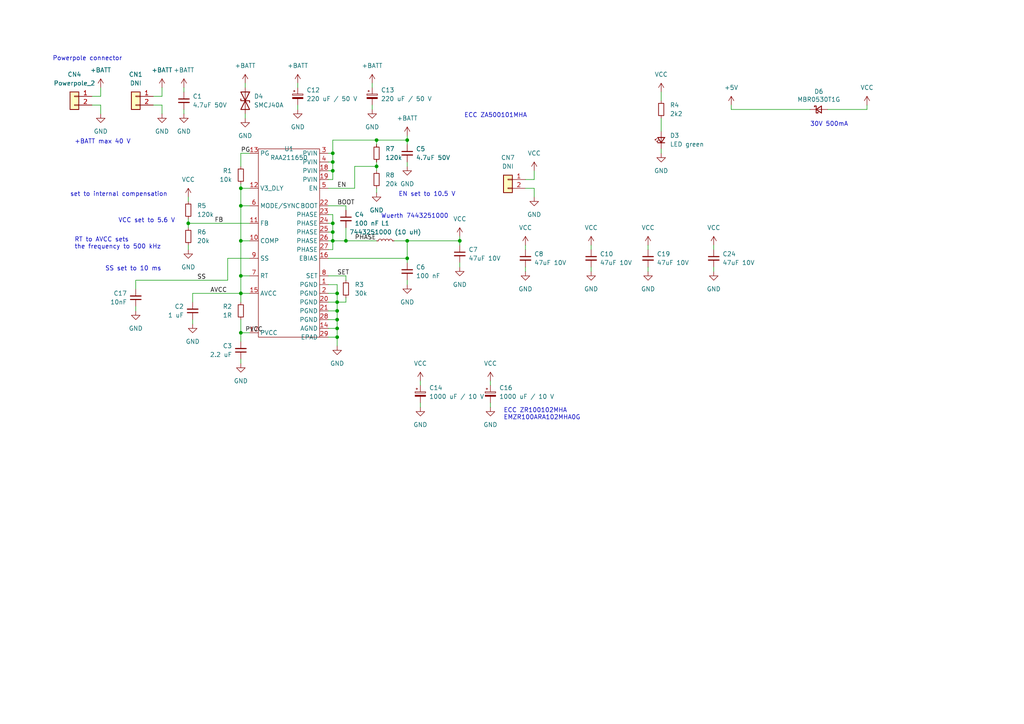
<source format=kicad_sch>
(kicad_sch (version 20211123) (generator eeschema)
  (paper "A4")
  (title_block (title "OpenCyphalServoController12") (date "2023-02-03") (rev "0.1") (company "generationmake"))
  (lib_symbols
    (symbol "Connector_Generic:Conn_01x02" (pin_names (offset 1.016) hide)
      (property "Reference" "J" (at 0 2.54 0))
      (property "Value" "Conn_01x02" (at 0 -5.08 0))
      (symbol "Conn_01x02_1_1"
        (rectangle (start -1.27 -2.413) (end 0 -2.667) (stroke (width 0.1524)))
        (rectangle (start -1.27 0.127) (end 0 -0.127) (stroke (width 0.1524)))
        (rectangle (start -1.27 1.27) (end 1.27 -3.81) (stroke (width 0.254)) (fill (type background)))
        (pin passive line (at -5.08 0 0) (length 3.81) (name "Pin_1") (number "1"))
        (pin passive line (at -5.08 -2.54 0) (length 3.81) (name "Pin_2") (number "2"))
      )
    )
    (symbol "Device:C_Polarized_Small" (pin_numbers hide) (pin_names (offset 0.254) hide)
      (property "Reference" "C" (at 0.254 1.778 0))
      (property "Value" "C_Polarized_Small" (at 0.254 -2.032 0))
      (symbol "C_Polarized_Small_0_1"
        (rectangle (start -1.524 -0.3048) (end 1.524 -0.6858) (fill (type outline)))
        (rectangle (start -1.524 0.6858) (end 1.524 0.3048))
        (polyline (pts (xy -1.27 1.524) (xy -0.762 1.524)))
        (polyline (pts (xy -1.016 1.27) (xy -1.016 1.778)))
      )
      (symbol "C_Polarized_Small_1_1"
        (pin passive line (at 0 2.54 270) (length 1.8542) (name "~") (number "1"))
        (pin passive line (at 0 -2.54 90) (length 1.8542) (name "~") (number "2"))
      )
    )
    (symbol "Device:C_Small" (pin_numbers hide) (pin_names (offset 0.254) hide)
      (property "Reference" "C" (at 0.254 1.778 0))
      (property "Value" "C_Small" (at 0.254 -2.032 0))
      (symbol "C_Small_0_1"
        (polyline (pts (xy -1.524 -0.508) (xy 1.524 -0.508)) (stroke (width 0.3302)))
        (polyline (pts (xy -1.524 0.508) (xy 1.524 0.508)) (stroke (width 0.3048)))
      )
      (symbol "C_Small_1_1"
        (pin passive line (at 0 2.54 270) (length 2.032) (name "~") (number "1"))
        (pin passive line (at 0 -2.54 90) (length 2.032) (name "~") (number "2"))
      )
    )
    (symbol "Device:D_Schottky_Small" (pin_numbers hide) (pin_names (offset 0.254) hide)
      (property "Reference" "D" (at -1.27 2.032 0))
      (property "Value" "D_Schottky_Small" (at -7.112 -2.032 0))
      (symbol "D_Schottky_Small_0_1"
        (polyline (pts (xy -0.762 0) (xy 0.762 0)))
        (polyline (pts (xy 0.762 -1.016) (xy -0.762 0) (xy 0.762 1.016) (xy 0.762 -1.016)) (stroke (width 0.254)))
        (polyline (pts (xy -1.27 0.762) (xy -1.27 1.016) (xy -0.762 1.016) (xy -0.762 -1.016) (xy -0.254 -1.016) (xy -0.254 -0.762)) (stroke (width 0.254)))
      )
      (symbol "D_Schottky_Small_1_1"
        (pin passive line (at -2.54 0 0) (length 1.778) (name "K") (number "1"))
        (pin passive line (at 2.54 0 180) (length 1.778) (name "A") (number "2"))
      )
    )
    (symbol "Device:D_TVS" (pin_numbers hide) (pin_names (offset 1.016) hide)
      (property "Reference" "D" (at 0 2.54 0))
      (property "Value" "D_TVS" (at 0 -2.54 0))
      (symbol "D_TVS_0_1"
        (polyline (pts (xy 1.27 0) (xy -1.27 0)))
        (polyline (pts (xy 0.508 1.27) (xy 0 1.27) (xy 0 -1.27) (xy -0.508 -1.27)) (stroke (width 0.254)))
        (polyline (pts (xy -2.54 1.27) (xy -2.54 -1.27) (xy 2.54 1.27) (xy 2.54 -1.27) (xy -2.54 1.27)) (stroke (width 0.254)))
      )
      (symbol "D_TVS_1_1"
        (pin passive line (at -3.81 0 0) (length 2.54) (name "A1") (number "1"))
        (pin passive line (at 3.81 0 180) (length 2.54) (name "A2") (number "2"))
      )
    )
    (symbol "Device:LED_Small" (pin_numbers hide) (pin_names (offset 0.254) hide)
      (property "Reference" "D" (at -1.27 3.175 0))
      (property "Value" "LED_Small" (at -4.445 -2.54 0))
      (symbol "LED_Small_0_1"
        (polyline (pts (xy -0.762 -1.016) (xy -0.762 1.016)) (stroke (width 0.254)))
        (polyline (pts (xy 1.016 0) (xy -0.762 0)))
        (polyline (pts (xy 0.762 -1.016) (xy -0.762 0) (xy 0.762 1.016) (xy 0.762 -1.016)) (stroke (width 0.254)))
        (polyline (pts (xy 0 0.762) (xy -0.508 1.27) (xy -0.254 1.27) (xy -0.508 1.27) (xy -0.508 1.016)))
        (polyline (pts (xy 0.508 1.27) (xy 0 1.778) (xy 0.254 1.778) (xy 0 1.778) (xy 0 1.524)))
      )
      (symbol "LED_Small_1_1"
        (pin passive line (at -2.54 0 0) (length 1.778) (name "K") (number "1"))
        (pin passive line (at 2.54 0 180) (length 1.778) (name "A") (number "2"))
      )
    )
    (symbol "Device:L_Small" (pin_numbers hide) (pin_names (offset 0.254) hide)
      (property "Reference" "L" (at 0.762 1.016 0))
      (property "Value" "L_Small" (at 0.762 -1.016 0))
      (symbol "L_Small_0_1"
        (arc (start 0 -2.032) (mid 0.508 -1.524) (end 0 -1.016))
        (arc (start 0 -1.016) (mid 0.508 -0.508) (end 0 0))
        (arc (start 0 0) (mid 0.508 0.508) (end 0 1.016))
        (arc (start 0 1.016) (mid 0.508 1.524) (end 0 2.032))
      )
      (symbol "L_Small_1_1"
        (pin passive line (at 0 2.54 270) (length 0.508) (name "~") (number "1"))
        (pin passive line (at 0 -2.54 90) (length 0.508) (name "~") (number "2"))
      )
    )
    (symbol "Device:R_Small" (pin_numbers hide) (pin_names (offset 0.254) hide)
      (property "Reference" "R" (at 0.762 0.508 0))
      (property "Value" "R_Small" (at 0.762 -1.016 0))
      (symbol "R_Small_0_1"
        (rectangle (start -0.762 1.778) (end 0.762 -1.778) (stroke (width 0.2032)))
      )
      (symbol "R_Small_1_1"
        (pin passive line (at 0 2.54 270) (length 0.762) (name "~") (number "1"))
        (pin passive line (at 0 -2.54 90) (length 0.762) (name "~") (number "2"))
      )
    )
    (symbol "generationmake:RAA211650"
      (property "Reference" "U" (at 0 30.48 0))
      (property "Value" "RAA211650" (at 0 -26.67 0))
      (symbol "RAA211650_0_1"
        (rectangle (start -8.89 29.21) (end 8.89 -25.4))
      )
      (symbol "RAA211650_1_1"
        (pin input line (at 11.43 -10.16 180) (length 2.54) (name "PGND") (number "1"))
        (pin input line (at -11.43 2.54 0) (length 2.54) (name "COMP") (number "10"))
        (pin input line (at -11.43 7.62 0) (length 2.54) (name "FB") (number "11"))
        (pin input line (at -11.43 17.78 0) (length 2.54) (name "V3_DLY") (number "12"))
        (pin input line (at -11.43 27.94 0) (length 2.54) (name "PG") (number "13"))
        (pin input line (at 11.43 -22.86 180) (length 2.54) (name "AGND") (number "14"))
        (pin input line (at -11.43 -12.7 0) (length 2.54) (name "AVCC") (number "15"))
        (pin input line (at 11.43 -2.54 180) (length 2.54) (name "EBIAS") (number "16"))
        (pin input line (at -11.43 -24.13 0) (length 2.54) (name "PVCC") (number "17"))
        (pin input line (at 11.43 22.86 180) (length 2.54) (name "PVIN") (number "18"))
        (pin input line (at 11.43 20.32 180) (length 2.54) (name "PVIN") (number "19"))
        (pin input line (at 11.43 -12.7 180) (length 2.54) (name "PGND") (number "2"))
        (pin input line (at 11.43 -15.24 180) (length 2.54) (name "PGND") (number "20"))
        (pin input line (at 11.43 -17.78 180) (length 2.54) (name "PGND") (number "21"))
        (pin input line (at 11.43 12.7 180) (length 2.54) (name "BOOT") (number "22"))
        (pin input line (at 11.43 10.16 180) (length 2.54) (name "PHASE") (number "23"))
        (pin input line (at 11.43 7.62 180) (length 2.54) (name "PHASE") (number "24"))
        (pin input line (at 11.43 5.08 180) (length 2.54) (name "PHASE") (number "25"))
        (pin input line (at 11.43 2.54 180) (length 2.54) (name "PHASE") (number "26"))
        (pin input line (at 11.43 0 180) (length 2.54) (name "PHASE") (number "27"))
        (pin input line (at 11.43 -20.32 180) (length 2.54) (name "PGND") (number "28"))
        (pin input line (at 11.43 -25.4 180) (length 2.54) (name "EPAD") (number "29"))
        (pin input line (at 11.43 27.94 180) (length 2.54) (name "PVIN") (number "3"))
        (pin input line (at 11.43 25.4 180) (length 2.54) (name "PVIN") (number "4"))
        (pin input line (at 11.43 17.78 180) (length 2.54) (name "EN") (number "5"))
        (pin input line (at -11.43 12.7 0) (length 2.54) (name "MODE/SYNC") (number "6"))
        (pin input line (at -11.43 -7.62 0) (length 2.54) (name "RT") (number "7"))
        (pin input line (at 11.43 -7.62 180) (length 2.54) (name "SET") (number "8"))
        (pin input line (at -11.43 -2.54 0) (length 2.54) (name "SS") (number "9"))
      )
    )
    (symbol "power:+5V" (power) (pin_names (offset 0))
      (property "Value" "+5V" (at 0 3.556 0))
      (symbol "+5V_0_1"
        (polyline (pts (xy -0.762 1.27) (xy 0 2.54)))
        (polyline (pts (xy 0 0) (xy 0 2.54)))
        (polyline (pts (xy 0 2.54) (xy 0.762 1.27)))
      )
      (symbol "+5V_1_1"
        (pin power_in line (at 0 0 90) (length 0) hide (name "+5V") (number "1"))
      )
    )
    (symbol "power:+BATT" (power) (pin_names (offset 0))
      (property "Value" "+BATT" (at 0 3.556 0))
      (symbol "+BATT_0_1"
        (polyline (pts (xy -0.762 1.27) (xy 0 2.54)))
        (polyline (pts (xy 0 0) (xy 0 2.54)))
        (polyline (pts (xy 0 2.54) (xy 0.762 1.27)))
      )
      (symbol "+BATT_1_1"
        (pin power_in line (at 0 0 90) (length 0) hide (name "+BATT") (number "1"))
      )
    )
    (symbol "power:GND" (power) (pin_names (offset 0))
      (property "Value" "GND" (at 0 -3.81 0))
      (symbol "GND_0_1"
        (polyline (pts (xy 0 0) (xy 0 -1.27) (xy 1.27 -1.27) (xy 0 -2.54) (xy -1.27 -1.27) (xy 0 -1.27)))
      )
      (symbol "GND_1_1"
        (pin power_in line (at 0 0 270) (length 0) hide (name "GND") (number "1"))
      )
    )
    (symbol "power:VCC" (power) (pin_names (offset 0))
      (property "Value" "VCC" (at 0 3.81 0))
      (symbol "VCC_0_1"
        (polyline (pts (xy -0.762 1.27) (xy 0 2.54)))
        (polyline (pts (xy 0 0) (xy 0 2.54)))
        (polyline (pts (xy 0 2.54) (xy 0.762 1.27)))
      )
      (symbol "VCC_1_1"
        (pin power_in line (at 0 0 90) (length 0) hide (name "VCC") (number "1"))
      )
    )
  )
  (junction (at 96.52 49.53))
  (junction (at 69.85 80.01))
  (junction (at 118.11 40.64))
  (junction (at 97.79 90.17))
  (junction (at 118.11 69.85))
  (junction (at 109.22 40.64))
  (junction (at 100.33 69.85))
  (junction (at 96.52 44.45))
  (junction (at 96.52 64.77))
  (junction (at 97.79 87.63))
  (junction (at 96.52 67.31))
  (junction (at 133.35 69.85))
  (junction (at 97.79 95.25))
  (junction (at 69.85 59.69))
  (junction (at 118.11 74.93))
  (junction (at 97.79 85.09))
  (junction (at 97.79 92.71))
  (junction (at 97.79 97.79))
  (junction (at 96.52 46.99))
  (junction (at 69.85 69.85))
  (junction (at 54.61 64.77))
  (junction (at 109.22 48.26))
  (junction (at 69.85 54.61))
  (junction (at 69.85 85.09))
  (junction (at 69.85 96.52))
  (junction (at 96.52 69.85))
  (wire (pts (xy 95.25 74.93) (xy 118.11 74.93)))
  (wire (pts (xy 97.79 92.71) (xy 97.79 95.25)))
  (wire (pts (xy 171.45 77.47) (xy 171.45 78.74)))
  (wire (pts (xy 154.94 54.61) (xy 154.94 57.15)))
  (wire (pts (xy 69.85 85.09) (xy 69.85 87.63)))
  (wire (pts (xy 133.35 76.2) (xy 133.35 77.47)))
  (wire (pts (xy 142.24 110.49) (xy 142.24 111.76)))
  (wire (pts (xy 96.52 62.23) (xy 96.52 64.77)))
  (wire (pts (xy 133.35 68.58) (xy 133.35 69.85)))
  (wire (pts (xy 207.01 71.12) (xy 207.01 72.39)))
  (wire (pts (xy 96.52 40.64) (xy 109.22 40.64)))
  (wire (pts (xy 44.45 27.94) (xy 46.99 27.94)))
  (wire (pts (xy 29.21 27.94) (xy 29.21 25.4)))
  (wire (pts (xy 109.22 54.61) (xy 109.22 55.88)))
  (wire (pts (xy 66.04 74.93) (xy 66.04 81.28)))
  (wire (pts (xy 95.25 62.23) (xy 96.52 62.23)))
  (wire (pts (xy 100.33 66.04) (xy 100.33 69.85)))
  (wire (pts (xy 97.79 85.09) (xy 97.79 87.63)))
  (wire (pts (xy 121.92 110.49) (xy 121.92 111.76)))
  (wire (pts (xy 212.09 31.75) (xy 234.95 31.75)))
  (wire (pts (xy 46.99 27.94) (xy 46.99 25.4)))
  (wire (pts (xy 109.22 46.99) (xy 109.22 48.26)))
  (wire (pts (xy 95.25 54.61) (xy 102.87 54.61)))
  (wire (pts (xy 69.85 96.52) (xy 69.85 99.06)))
  (wire (pts (xy 69.85 54.61) (xy 69.85 59.69)))
  (wire (pts (xy 133.35 69.85) (xy 133.35 71.12)))
  (wire (pts (xy 96.52 69.85) (xy 100.33 69.85)))
  (wire (pts (xy 55.88 87.63) (xy 55.88 85.09)))
  (wire (pts (xy 109.22 48.26) (xy 109.22 49.53)))
  (wire (pts (xy 95.25 44.45) (xy 96.52 44.45)))
  (wire (pts (xy 212.09 31.75) (xy 212.09 30.48)))
  (wire (pts (xy 95.25 72.39) (xy 96.52 72.39)))
  (wire (pts (xy 118.11 40.64) (xy 118.11 41.91)))
  (wire (pts (xy 69.85 44.45) (xy 69.85 48.26)))
  (wire (pts (xy 118.11 46.99) (xy 118.11 48.26)))
  (wire (pts (xy 69.85 54.61) (xy 72.39 54.61)))
  (wire (pts (xy 118.11 69.85) (xy 118.11 74.93)))
  (wire (pts (xy 95.25 95.25) (xy 97.79 95.25)))
  (wire (pts (xy 97.79 97.79) (xy 97.79 100.33)))
  (wire (pts (xy 69.85 59.69) (xy 69.85 69.85)))
  (wire (pts (xy 97.79 87.63) (xy 97.79 90.17)))
  (wire (pts (xy 187.96 71.12) (xy 187.96 72.39)))
  (wire (pts (xy 86.36 24.13) (xy 86.36 25.4)))
  (wire (pts (xy 95.25 90.17) (xy 97.79 90.17)))
  (wire (pts (xy 207.01 77.47) (xy 207.01 78.74)))
  (wire (pts (xy 86.36 30.48) (xy 86.36 31.75)))
  (wire (pts (xy 95.25 87.63) (xy 97.79 87.63)))
  (wire (pts (xy 69.85 69.85) (xy 69.85 80.01)))
  (wire (pts (xy 97.79 95.25) (xy 97.79 97.79)))
  (wire (pts (xy 54.61 57.15) (xy 54.61 58.42)))
  (wire (pts (xy 97.79 90.17) (xy 97.79 92.71)))
  (wire (pts (xy 66.04 81.28) (xy 39.37 81.28)))
  (wire (pts (xy 152.4 71.12) (xy 152.4 72.39)))
  (wire (pts (xy 95.25 80.01) (xy 100.33 80.01)))
  (wire (pts (xy 142.24 116.84) (xy 142.24 118.11)))
  (wire (pts (xy 100.33 59.69) (xy 100.33 60.96)))
  (wire (pts (xy 107.95 24.13) (xy 107.95 25.4)))
  (wire (pts (xy 95.25 64.77) (xy 96.52 64.77)))
  (wire (pts (xy 69.85 96.52) (xy 72.39 96.52)))
  (wire (pts (xy 114.3 69.85) (xy 118.11 69.85)))
  (wire (pts (xy 69.85 104.14) (xy 69.85 105.41)))
  (wire (pts (xy 251.46 31.75) (xy 251.46 30.48)))
  (wire (pts (xy 39.37 83.82) (xy 39.37 81.28)))
  (wire (pts (xy 69.85 85.09) (xy 72.39 85.09)))
  (wire (pts (xy 100.33 69.85) (xy 109.22 69.85)))
  (wire (pts (xy 152.4 77.47) (xy 152.4 78.74)))
  (wire (pts (xy 54.61 64.77) (xy 54.61 66.04)))
  (wire (pts (xy 69.85 80.01) (xy 72.39 80.01)))
  (wire (pts (xy 26.67 30.48) (xy 29.21 30.48)))
  (wire (pts (xy 96.52 64.77) (xy 96.52 67.31)))
  (wire (pts (xy 55.88 85.09) (xy 69.85 85.09)))
  (wire (pts (xy 96.52 46.99) (xy 96.52 49.53)))
  (wire (pts (xy 46.99 30.48) (xy 46.99 33.02)))
  (wire (pts (xy 107.95 30.48) (xy 107.95 31.75)))
  (wire (pts (xy 100.33 80.01) (xy 100.33 81.28)))
  (wire (pts (xy 72.39 44.45) (xy 69.85 44.45)))
  (wire (pts (xy 118.11 81.28) (xy 118.11 82.55)))
  (wire (pts (xy 95.25 97.79) (xy 97.79 97.79)))
  (wire (pts (xy 69.85 92.71) (xy 69.85 96.52)))
  (wire (pts (xy 69.85 53.34) (xy 69.85 54.61)))
  (wire (pts (xy 95.25 59.69) (xy 100.33 59.69)))
  (wire (pts (xy 100.33 87.63) (xy 97.79 87.63)))
  (wire (pts (xy 187.96 77.47) (xy 187.96 78.74)))
  (wire (pts (xy 69.85 80.01) (xy 69.85 85.09)))
  (wire (pts (xy 118.11 74.93) (xy 118.11 76.2)))
  (wire (pts (xy 240.03 31.75) (xy 251.46 31.75)))
  (wire (pts (xy 191.77 34.29) (xy 191.77 38.1)))
  (wire (pts (xy 69.85 59.69) (xy 72.39 59.69)))
  (wire (pts (xy 71.12 33.02) (xy 71.12 34.29)))
  (wire (pts (xy 171.45 71.12) (xy 171.45 72.39)))
  (wire (pts (xy 71.12 24.13) (xy 71.12 25.4)))
  (wire (pts (xy 54.61 63.5) (xy 54.61 64.77)))
  (wire (pts (xy 100.33 86.36) (xy 100.33 87.63)))
  (wire (pts (xy 95.25 67.31) (xy 96.52 67.31)))
  (wire (pts (xy 118.11 69.85) (xy 133.35 69.85)))
  (wire (pts (xy 69.85 69.85) (xy 72.39 69.85)))
  (wire (pts (xy 54.61 64.77) (xy 72.39 64.77)))
  (wire (pts (xy 72.39 74.93) (xy 66.04 74.93)))
  (wire (pts (xy 95.25 46.99) (xy 96.52 46.99)))
  (wire (pts (xy 152.4 52.07) (xy 154.94 52.07)))
  (wire (pts (xy 29.21 30.48) (xy 29.21 33.02)))
  (wire (pts (xy 95.25 92.71) (xy 97.79 92.71)))
  (wire (pts (xy 191.77 43.18) (xy 191.77 44.45)))
  (wire (pts (xy 96.52 52.07) (xy 96.52 49.53)))
  (wire (pts (xy 95.25 69.85) (xy 96.52 69.85)))
  (wire (pts (xy 54.61 71.12) (xy 54.61 72.39)))
  (wire (pts (xy 96.52 44.45) (xy 96.52 40.64)))
  (wire (pts (xy 96.52 67.31) (xy 96.52 69.85)))
  (wire (pts (xy 53.34 31.75) (xy 53.34 33.02)))
  (wire (pts (xy 118.11 39.37) (xy 118.11 40.64)))
  (wire (pts (xy 109.22 40.64) (xy 109.22 41.91)))
  (wire (pts (xy 44.45 30.48) (xy 46.99 30.48)))
  (wire (pts (xy 26.67 27.94) (xy 29.21 27.94)))
  (wire (pts (xy 102.87 54.61) (xy 102.87 48.26)))
  (wire (pts (xy 95.25 49.53) (xy 96.52 49.53)))
  (wire (pts (xy 109.22 40.64) (xy 118.11 40.64)))
  (wire (pts (xy 55.88 92.71) (xy 55.88 93.98)))
  (wire (pts (xy 102.87 48.26) (xy 109.22 48.26)))
  (wire (pts (xy 95.25 52.07) (xy 96.52 52.07)))
  (wire (pts (xy 96.52 69.85) (xy 96.52 72.39)))
  (wire (pts (xy 96.52 44.45) (xy 96.52 46.99)))
  (wire (pts (xy 39.37 88.9) (xy 39.37 90.17)))
  (wire (pts (xy 53.34 25.4) (xy 53.34 26.67)))
  (wire (pts (xy 121.92 116.84) (xy 121.92 118.11)))
  (wire (pts (xy 97.79 82.55) (xy 97.79 85.09)))
  (wire (pts (xy 191.77 26.67) (xy 191.77 29.21)))
  (wire (pts (xy 152.4 54.61) (xy 154.94 54.61)))
  (wire (pts (xy 95.25 82.55) (xy 97.79 82.55)))
  (wire (pts (xy 154.94 52.07) (xy 154.94 49.53)))
  (wire (pts (xy 95.25 85.09) (xy 97.79 85.09)))
  (text "Wuerth 7443251000" (at 110.49 63.5 0) (effects (font (size 1.27 1.27)) (justify left bottom)))
  (text "EN set to 10.5 V" (at 115.57 57.15 0) (effects (font (size 1.27 1.27)) (justify left bottom)))
  (text "+BATT max 40 V" (at 21.59 41.91 0) (effects (font (size 1.27 1.27)) (justify left bottom)))
  (text "ECC ZR100102MHA\nEMZR100ARA102MHA0G" (at 146.05 121.92 0) (effects (font (size 1.27 1.27)) (justify left bottom)))
  (text "set to internal compensation" (at 20.32 57.15 0) (effects (font (size 1.27 1.27)) (justify left bottom)))
  (text "ECC ZA500101MHA\n" (at 134.62 34.29 0) (effects (font (size 1.27 1.27)) (justify left bottom)))
  (text "RT to AVCC sets \nthe frequency to 500 kHz" (at 21.59 72.39 0) (effects (font (size 1.27 1.27)) (justify left bottom)))
  (text "30V 500mA" (at 234.95 36.83 0) (effects (font (size 1.27 1.27)) (justify left bottom)))
  (text "VCC set to 5.6 V" (at 34.29 64.77 0) (effects (font (size 1.27 1.27)) (justify left bottom)))
  (text "Powerpole connector" (at 15.24 17.78 0) (effects (font (size 1.27 1.27)) (justify left bottom)))
  (text "SS set to 10 ms" (at 30.48 78.74 0) (effects (font (size 1.27 1.27)) (justify left bottom)))
  (label "PVCC" (at 71.12 96.52 0))
  (label "FB" (at 62.23 64.77 0))
  (label "PHASE" (at 102.87 69.85 0))
  (label "SET" (at 97.79 80.01 0))
  (label "EN" (at 97.79 54.61 0))
  (label "AVCC" (at 60.96 85.09 0))
  (label "PG" (at 69.85 44.45 0))
  (label "BOOT" (at 97.79 59.69 0))
  (label "SS" (at 57.15 81.28 0))
  (symbol (lib_id "Device:C_Small") (at 55.88 90.17 0) (mirror x) (unit 1)
    (property "Reference" "C2" (at 53.34 88.8935 0) (effects (justify right)))
    (property "Value" "1 uF" (at 53.34 91.4335 0) (effects (justify right)))
    (property "Footprint" "Capacitor_SMD:C_0603_1608Metric" (effects hide))
  )
  (symbol (lib_id "power:GND") (at 118.11 48.26 0) (unit 1)
    (property "Reference" "#PWR09" (effects hide))
    (property "Value" "GND" (at 118.11 53.34 0))
  )
  (symbol (lib_id "power:VCC") (at 187.96 71.12 0) (unit 1)
    (property "Reference" "#PWR088" (effects hide))
    (property "Value" "VCC" (at 187.96 66.04 0))
  )
  (symbol (lib_id "power:GND") (at 97.79 100.33 0) (unit 1)
    (property "Reference" "#PWR07" (effects hide))
    (property "Value" "GND" (at 97.79 105.41 0))
  )
  (symbol (lib_id "power:GND") (at 207.01 78.74 0) (unit 1)
    (property "Reference" "#PWR0105" (effects hide))
    (property "Value" "GND" (at 207.01 83.82 0))
  )
  (symbol (lib_id "Device:C_Small") (at 118.11 44.45 0) (unit 1)
    (property "Reference" "C5" (at 120.65 43.1862 0) (effects (justify left)))
    (property "Value" "4.7uF 50V" (at 120.65 45.7262 0) (effects (justify left)))
    (property "Footprint" "Capacitor_SMD:C_1210_3225Metric" (effects hide))
  )
  (symbol (lib_id "Device:C_Small") (at 118.11 78.74 0) (unit 1)
    (property "Reference" "C6" (at 120.65 77.4762 0) (effects (justify left)))
    (property "Value" "100 nF" (at 120.65 80.0162 0) (effects (justify left)))
    (property "Footprint" "Capacitor_SMD:C_0603_1608Metric" (effects hide))
  )
  (symbol (lib_id "Device:C_Small") (at 39.37 86.36 0) (mirror x) (unit 1)
    (property "Reference" "C17" (at 36.83 85.0835 0) (effects (justify right)))
    (property "Value" "10nF" (at 36.83 87.6235 0) (effects (justify right)))
    (property "Footprint" "Capacitor_SMD:C_0603_1608Metric" (effects hide))
  )
  (symbol (lib_id "power:VCC") (at 251.46 30.48 0) (unit 1)
    (property "Reference" "#PWR0103" (effects hide))
    (property "Value" "VCC" (at 251.46 25.4 0))
  )
  (symbol (lib_id "Device:C_Small") (at 69.85 101.6 0) (mirror x) (unit 1)
    (property "Reference" "C3" (at 67.31 100.3235 0) (effects (justify right)))
    (property "Value" "2.2 uF" (at 67.31 102.8635 0) (effects (justify right)))
    (property "Footprint" "Capacitor_SMD:C_0603_1608Metric" (effects hide))
  )
  (symbol (lib_id "power:VCC") (at 54.61 57.15 0) (unit 1)
    (property "Reference" "#PWR043" (effects hide))
    (property "Value" "VCC" (at 54.61 52.07 0))
  )
  (symbol (lib_id "power:GND") (at 187.96 78.74 0) (unit 1)
    (property "Reference" "#PWR089" (effects hide))
    (property "Value" "GND" (at 187.96 83.82 0))
  )
  (symbol (lib_id "Device:R_Small") (at 109.22 44.45 0) (unit 1)
    (property "Reference" "R7" (at 111.76 43.1799 0) (effects (justify left)))
    (property "Value" "120k" (at 111.76 45.7199 0) (effects (justify left)))
    (property "Footprint" "Resistor_SMD:R_0603_1608Metric" (effects hide))
  )
  (symbol (lib_id "power:VCC") (at 142.24 110.49 0) (unit 1)
    (property "Reference" "#PWR039" (effects hide))
    (property "Value" "VCC" (at 142.24 105.41 0))
  )
  (symbol (lib_id "Device:C_Polarized_Small") (at 107.95 27.94 0) (unit 1)
    (property "Reference" "C13" (at 110.49 26.1238 0) (effects (justify left)))
    (property "Value" "220 uF / 50 V" (at 110.49 28.6638 0) (effects (justify left)))
    (property "Footprint" "Capacitor_SMD:CP_Elec_10x10" (effects hide))
  )
  (symbol (lib_id "Device:LED_Small") (at 191.77 40.64 90) (unit 1)
    (property "Reference" "D3" (at 194.31 39.3064 90) (effects (justify right)))
    (property "Value" "LED green" (at 194.31 41.8464 90) (effects (justify right)))
    (property "Footprint" "LED_SMD:LED_0603_1608Metric" (effects hide))
  )
  (symbol (lib_id "power:VCC") (at 171.45 71.12 0) (unit 1)
    (property "Reference" "#PWR027" (effects hide))
    (property "Value" "VCC" (at 171.45 66.04 0))
  )
  (symbol (lib_id "Device:L_Small") (at 111.76 69.85 90) (unit 1)
    (property "Reference" "L1" (at 111.76 64.77 90))
    (property "Value" "7443251000 (10 uH)" (at 111.76 67.31 90))
    (property "Footprint" "Inductor_SMD:L_Wuerth_HCI-1050" (effects hide))
  )
  (symbol (lib_id "power:+BATT") (at 86.36 24.13 0) (unit 1)
    (property "Reference" "#PWR031" (effects hide))
    (property "Value" "+BATT" (at 86.36 19.05 0))
  )
  (symbol (lib_id "Device:C_Small") (at 100.33 63.5 0) (unit 1)
    (property "Reference" "C4" (at 102.87 62.2362 0) (effects (justify left)))
    (property "Value" "100 nF" (at 102.87 64.7762 0) (effects (justify left)))
    (property "Footprint" "Capacitor_SMD:C_0603_1608Metric" (effects hide))
  )
  (symbol (lib_id "Device:R_Small") (at 109.22 52.07 0) (unit 1)
    (property "Reference" "R8" (at 111.76 50.7999 0) (effects (justify left)))
    (property "Value" "20k" (at 111.76 53.3399 0) (effects (justify left)))
    (property "Footprint" "Resistor_SMD:R_0603_1608Metric" (effects hide))
  )
  (symbol (lib_id "power:VCC") (at 152.4 71.12 0) (unit 1)
    (property "Reference" "#PWR017" (effects hide))
    (property "Value" "VCC" (at 152.4 66.04 0))
  )
  (symbol (lib_id "power:GND") (at 109.22 55.88 0) (unit 1)
    (property "Reference" "#PWR045" (effects hide))
    (property "Value" "GND" (at 109.22 60.96 0))
  )
  (symbol (lib_id "power:+BATT") (at 107.95 24.13 0) (unit 1)
    (property "Reference" "#PWR033" (effects hide))
    (property "Value" "+BATT" (at 107.95 19.05 0))
  )
  (symbol (lib_id "Device:C_Small") (at 171.45 74.93 0) (unit 1)
    (property "Reference" "C10" (at 173.99 73.6662 0) (effects (justify left)))
    (property "Value" "47uF 10V" (at 173.99 76.2062 0) (effects (justify left)))
    (property "Footprint" "Capacitor_SMD:C_1210_3225Metric" (effects hide))
  )
  (symbol (lib_id "power:+BATT") (at 71.12 24.13 0) (unit 1)
    (property "Reference" "#PWR025" (effects hide))
    (property "Value" "+BATT" (at 71.12 19.05 0))
  )
  (symbol (lib_id "power:GND") (at 154.94 57.15 0) (unit 1)
    (property "Reference" "#PWR042" (effects hide))
    (property "Value" "GND" (at 154.94 62.23 0))
  )
  (symbol (lib_id "Device:C_Small") (at 133.35 73.66 0) (unit 1)
    (property "Reference" "C7" (at 135.89 72.3962 0) (effects (justify left)))
    (property "Value" "47uF 10V" (at 135.89 74.9362 0) (effects (justify left)))
    (property "Footprint" "Capacitor_SMD:C_1210_3225Metric" (effects hide))
  )
  (symbol (lib_id "Device:C_Small") (at 53.34 29.21 0) (unit 1)
    (property "Reference" "C1" (at 55.88 27.9462 0) (effects (justify left)))
    (property "Value" "4.7uF 50V" (at 55.88 30.4862 0) (effects (justify left)))
    (property "Footprint" "Capacitor_SMD:C_1210_3225Metric" (effects hide))
  )
  (symbol (lib_id "power:VCC") (at 207.01 71.12 0) (unit 1)
    (property "Reference" "#PWR0104" (effects hide))
    (property "Value" "VCC" (at 207.01 66.04 0))
  )
  (symbol (lib_id "power:GND") (at 107.95 31.75 0) (unit 1)
    (property "Reference" "#PWR034" (effects hide))
    (property "Value" "GND" (at 107.95 36.83 0))
  )
  (symbol (lib_id "generationmake:RAA211650") (at 83.82 72.39 0) (unit 1)
    (property "Reference" "U1" (at 83.82 43.18 0))
    (property "Value" "RAA211650" (at 83.82 45.72 0))
    (property "Footprint" "Package_DFN_QFN:QFN-28-1EP_4x5mm_P0.5mm_EP2.65x3.65mm" (effects hide))
  )
  (symbol (lib_id "power:GND") (at 118.11 82.55 0) (unit 1)
    (property "Reference" "#PWR010" (effects hide))
    (property "Value" "GND" (at 118.11 87.63 0))
  )
  (symbol (lib_id "power:GND") (at 152.4 78.74 0) (unit 1)
    (property "Reference" "#PWR018" (effects hide))
    (property "Value" "GND" (at 152.4 83.82 0))
  )
  (symbol (lib_id "power:+BATT") (at 118.11 39.37 0) (unit 1)
    (property "Reference" "#PWR08" (effects hide))
    (property "Value" "+BATT" (at 118.11 34.29 0))
  )
  (symbol (lib_id "Device:R_Small") (at 54.61 68.58 0) (unit 1)
    (property "Reference" "R6" (at 57.15 67.3099 0) (effects (justify left)))
    (property "Value" "20k" (at 57.15 69.8499 0) (effects (justify left)))
    (property "Footprint" "Resistor_SMD:R_0603_1608Metric" (effects hide))
  )
  (symbol (lib_id "power:GND") (at 86.36 31.75 0) (unit 1)
    (property "Reference" "#PWR032" (effects hide))
    (property "Value" "GND" (at 86.36 36.83 0))
  )
  (symbol (lib_id "power:GND") (at 171.45 78.74 0) (unit 1)
    (property "Reference" "#PWR028" (effects hide))
    (property "Value" "GND" (at 171.45 83.82 0))
  )
  (symbol (lib_id "power:GND") (at 121.92 118.11 0) (unit 1)
    (property "Reference" "#PWR036" (effects hide))
    (property "Value" "GND" (at 121.92 123.19 0))
  )
  (symbol (lib_id "Device:C_Polarized_Small") (at 86.36 27.94 0) (unit 1)
    (property "Reference" "C12" (at 88.9 26.1238 0) (effects (justify left)))
    (property "Value" "220 uF / 50 V" (at 88.9 28.6638 0) (effects (justify left)))
    (property "Footprint" "Capacitor_SMD:CP_Elec_10x10" (effects hide))
  )
  (symbol (lib_id "power:GND") (at 39.37 90.17 0) (unit 1)
    (property "Reference" "#PWR0101" (effects hide))
    (property "Value" "GND" (at 39.37 95.25 0))
  )
  (symbol (lib_id "power:+5V") (at 212.09 30.48 0) (unit 1)
    (property "Reference" "#PWR0102" (effects hide))
    (property "Value" "+5V" (at 212.09 25.4 0))
  )
  (symbol (lib_id "Connector_Generic:Conn_01x02") (at 21.59 27.94 0) (mirror y) (unit 1)
    (property "Reference" "CN4" (at 21.59 21.59 0))
    (property "Value" "Powerpole_2" (at 21.59 24.13 0))
    (property "Footprint" "generationmake:POWERPOLE_hor_2" (effects hide))
  )
  (symbol (lib_id "Device:C_Small") (at 187.96 74.93 0) (unit 1)
    (property "Reference" "C19" (at 190.5 73.6662 0) (effects (justify left)))
    (property "Value" "47uF 10V" (at 190.5 76.2062 0) (effects (justify left)))
    (property "Footprint" "Capacitor_SMD:C_1210_3225Metric" (effects hide))
  )
  (symbol (lib_id "power:GND") (at 55.88 93.98 0) (unit 1)
    (property "Reference" "#PWR05" (effects hide))
    (property "Value" "GND" (at 55.88 99.06 0))
  )
  (symbol (lib_id "power:VCC") (at 133.35 68.58 0) (unit 1)
    (property "Reference" "#PWR011" (effects hide))
    (property "Value" "VCC" (at 133.35 63.5 0))
  )
  (symbol (lib_id "Device:C_Small") (at 152.4 74.93 0) (unit 1)
    (property "Reference" "C8" (at 154.94 73.6662 0) (effects (justify left)))
    (property "Value" "47uF 10V" (at 154.94 76.2062 0) (effects (justify left)))
    (property "Footprint" "Capacitor_SMD:C_1210_3225Metric" (effects hide))
  )
  (symbol (lib_id "power:VCC") (at 191.77 26.67 0) (unit 1)
    (property "Reference" "#PWR019" (effects hide))
    (property "Value" "VCC" (at 191.77 21.59 0))
  )
  (symbol (lib_id "power:GND") (at 191.77 44.45 0) (unit 1)
    (property "Reference" "#PWR023" (effects hide))
    (property "Value" "GND" (at 191.77 49.53 0))
  )
  (symbol (lib_id "Device:R_Small") (at 69.85 50.8 0) (mirror x) (unit 1)
    (property "Reference" "R1" (at 67.31 49.5299 0) (effects (justify right)))
    (property "Value" "10k" (at 67.31 52.0699 0) (effects (justify right)))
    (property "Footprint" "Resistor_SMD:R_0603_1608Metric" (effects hide))
  )
  (symbol (lib_id "Device:D_TVS") (at 71.12 29.21 270) (unit 1)
    (property "Reference" "D4" (at 73.66 27.9399 90) (effects (justify left)))
    (property "Value" "SMCJ40A" (at 73.66 30.4799 90) (effects (justify left)))
    (property "Footprint" "Diode_SMD:D_SMC" (effects hide))
  )
  (symbol (lib_id "power:VCC") (at 154.94 49.53 0) (unit 1)
    (property "Reference" "#PWR041" (effects hide))
    (property "Value" "VCC" (at 154.94 44.45 0))
  )
  (symbol (lib_id "power:+BATT") (at 46.99 25.4 0) (unit 1)
    (property "Reference" "#PWR01" (effects hide))
    (property "Value" "+BATT" (at 46.99 20.32 0))
  )
  (symbol (lib_id "power:GND") (at 69.85 105.41 0) (unit 1)
    (property "Reference" "#PWR06" (effects hide))
    (property "Value" "GND" (at 69.85 110.49 0))
  )
  (symbol (lib_id "power:GND") (at 142.24 118.11 0) (unit 1)
    (property "Reference" "#PWR040" (effects hide))
    (property "Value" "GND" (at 142.24 123.19 0))
  )
  (symbol (lib_id "Connector_Generic:Conn_01x02") (at 147.32 52.07 0) (mirror y) (unit 1)
    (property "Reference" "CN7" (at 147.32 45.72 0))
    (property "Value" "DNI" (at 147.32 48.26 0))
    (property "Footprint" "Connector_PinHeader_2.54mm:PinHeader_1x02_P2.54mm_Vertical" (effects hide))
  )
  (symbol (lib_id "power:VCC") (at 121.92 110.49 0) (unit 1)
    (property "Reference" "#PWR035" (effects hide))
    (property "Value" "VCC" (at 121.92 105.41 0))
  )
  (symbol (lib_id "power:GND") (at 133.35 77.47 0) (unit 1)
    (property "Reference" "#PWR012" (effects hide))
    (property "Value" "GND" (at 133.35 82.55 0))
  )
  (symbol (lib_id "power:GND") (at 54.61 72.39 0) (unit 1)
    (property "Reference" "#PWR044" (effects hide))
    (property "Value" "GND" (at 54.61 77.47 0))
  )
  (symbol (lib_id "Device:R_Small") (at 100.33 83.82 0) (unit 1)
    (property "Reference" "R3" (at 102.87 82.5499 0) (effects (justify left)))
    (property "Value" "30k" (at 102.87 85.0899 0) (effects (justify left)))
    (property "Footprint" "Resistor_SMD:R_0603_1608Metric" (effects hide))
  )
  (symbol (lib_id "Device:C_Polarized_Small") (at 121.92 114.3 0) (unit 1)
    (property "Reference" "C14" (at 124.46 112.4838 0) (effects (justify left)))
    (property "Value" "1000 uF / 10 V" (at 124.46 115.0238 0) (effects (justify left)))
    (property "Footprint" "Capacitor_SMD:CP_Elec_8x10" (effects hide))
  )
  (symbol (lib_id "power:GND") (at 71.12 34.29 0) (unit 1)
    (property "Reference" "#PWR029" (effects hide))
    (property "Value" "GND" (at 71.12 39.37 0))
  )
  (symbol (lib_id "power:GND") (at 46.99 33.02 0) (unit 1)
    (property "Reference" "#PWR02" (effects hide))
    (property "Value" "GND" (at 46.99 38.1 0))
  )
  (symbol (lib_id "Device:R_Small") (at 69.85 90.17 0) (mirror x) (unit 1)
    (property "Reference" "R2" (at 67.31 88.8999 0) (effects (justify right)))
    (property "Value" "1R" (at 67.31 91.4399 0) (effects (justify right)))
    (property "Footprint" "Resistor_SMD:R_0603_1608Metric" (effects hide))
  )
  (symbol (lib_id "Device:R_Small") (at 191.77 31.75 0) (unit 1)
    (property "Reference" "R4" (at 194.31 30.4799 0) (effects (justify left)))
    (property "Value" "2k2" (at 194.31 33.0199 0) (effects (justify left)))
    (property "Footprint" "Resistor_SMD:R_0603_1608Metric" (effects hide))
  )
  (symbol (lib_id "power:+BATT") (at 53.34 25.4 0) (unit 1)
    (property "Reference" "#PWR03" (effects hide))
    (property "Value" "+BATT" (at 53.34 20.32 0))
  )
  (symbol (lib_id "power:GND") (at 53.34 33.02 0) (unit 1)
    (property "Reference" "#PWR04" (effects hide))
    (property "Value" "GND" (at 53.34 38.1 0))
  )
  (symbol (lib_id "Device:C_Polarized_Small") (at 142.24 114.3 0) (unit 1)
    (property "Reference" "C16" (at 144.78 112.4838 0) (effects (justify left)))
    (property "Value" "1000 uF / 10 V" (at 144.78 115.0238 0) (effects (justify left)))
    (property "Footprint" "Capacitor_SMD:CP_Elec_8x10" (effects hide))
  )
  (symbol (lib_id "power:+BATT") (at 29.21 25.4 0) (unit 1)
    (property "Reference" "#PWR021" (effects hide))
    (property "Value" "+BATT" (at 29.21 20.32 0))
  )
  (symbol (lib_id "power:GND") (at 29.21 33.02 0) (unit 1)
    (property "Reference" "#PWR022" (effects hide))
    (property "Value" "GND" (at 29.21 38.1 0))
  )
  (symbol (lib_id "Device:D_Schottky_Small") (at 237.49 31.75 0) (unit 1)
    (property "Reference" "D6" (at 237.49 26.543 0))
    (property "Value" "MBR0530T1G" (at 237.49 28.8544 0))
    (property "Footprint" "Diode_SMD:D_SOD-123" (effects hide))
  )
  (symbol (lib_id "Device:R_Small") (at 54.61 60.96 0) (unit 1)
    (property "Reference" "R5" (at 57.15 59.6899 0) (effects (justify left)))
    (property "Value" "120k" (at 57.15 62.2299 0) (effects (justify left)))
    (property "Footprint" "Resistor_SMD:R_0603_1608Metric" (effects hide))
  )
  (symbol (lib_id "Device:C_Small") (at 207.01 74.93 0) (unit 1)
    (property "Reference" "C24" (at 209.55 73.6662 0) (effects (justify left)))
    (property "Value" "47uF 10V" (at 209.55 76.2062 0) (effects (justify left)))
    (property "Footprint" "Capacitor_SMD:C_1210_3225Metric" (effects hide))
  )
  (symbol (lib_id "Connector_Generic:Conn_01x02") (at 39.37 27.94 0) (mirror y) (unit 1)
    (property "Reference" "CN1" (at 39.37 21.59 0))
    (property "Value" "DNI" (at 39.37 24.13 0))
    (property "Footprint" "Connector_Phoenix_MC:PhoenixContact_MC_1,5_2-G-3.5_1x02_P3.50mm_Horizontal" (effects hide))
  )
)
</source>
